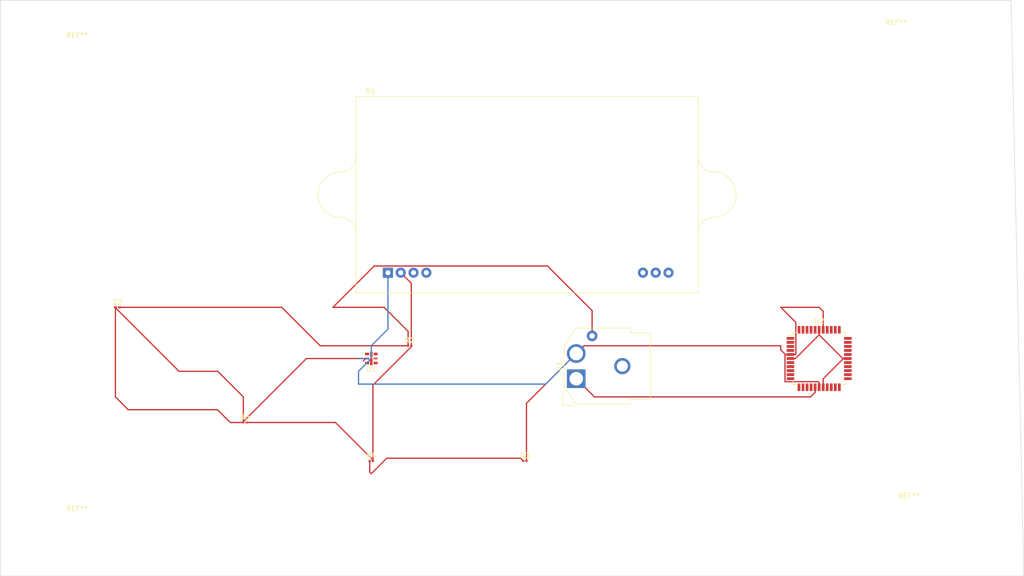
<source format=kicad_pcb>
(kicad_pcb (version 20211014) (generator pcbnew)
  (layers (0 "F.Cu" signal) (31 "B.Cu" signal) (34 "B.Paste" user) (35 "F.Paste" user) (36 "B.SilkS" user "B.Silkscreen") (37 "F.SilkS" user "F.Silkscreen") (38 "B.Mask" user) (39 "F.Mask" user) (44 "Edge.Cuts" user))
  (net 0 "")
  (net 1 "Net-(D1-Pad1)")
  (net 2 "VCC")
  (net 3 "Net-(D2-Pad2)")
  (net 4 "Net-(D3-Pad1)")
  (net 5 "Net-(R1-Pad2)")
  (net 6 "Net-(U1-Pad1)")
  (net 11 "Net-(U2-Pad18)")
  (footprint "Connector:CUI_PD-30" (layer "F.Cu") (at 142.28 118.31 90)
    (fp_text reference "U1" (at 2.5 -3.35 90) (layer "F.SilkS"))
    (fp_text value "LM358")
    (fp_line (start 9.1 10.75) (end 9.1 14.75) (layer "F.SilkS") (width 0.12))
    (fp_line (start 10.05 10.75) (end 9.1 10.75) (layer "F.SilkS") (width 0.12))
    (fp_line (start 10.05 0) (end 10.05 10.75) (layer "F.SilkS") (width 0.12))
    (fp_line (start 9.1 14.75) (end -4.1 14.75) (layer "F.SilkS") (width 0.12))
    (fp_line (start -5.05 0) (end -1.5 -2.45) (layer "F.SilkS") (width 0.12))
    (fp_line (start -5.05 10.75) (end -5.05 0) (layer "F.SilkS") (width 0.12))
    (fp_line (start -4.1 10.75) (end -5.05 10.75) (layer "F.SilkS") (width 0.12))
    (fp_line (start -5.29 -0.35) (end -5.29 -2.69) (layer "F.SilkS") (width 0.12))
    (fp_line (start -1.5 -2.45) (end 6.5 -2.45) (layer "F.SilkS") (width 0.12))
    (fp_line (start -5.29 -2.69) (end -2.95 -2.69) (layer "F.SilkS") (width 0.12))
    (fp_line (start -4.1 14.75) (end -4.1 10.75) (layer "F.SilkS") (width 0.12))
    (fp_line (start 6.5 -2.45) (end 10.05 0) (layer "F.SilkS") (width 0.12))
    (pad "" np_thru_hole circle (at 5 7.15 270) (size 1.7 1.7) (drill 1.7) (layers *.Cu *.Mask))
    (pad "" np_thru_hole circle (at 0 7.15 270) (size 1.7 1.7) (drill 1.7) (layers *.Cu *.Mask))
    (pad "1" thru_hole rect (at 0 0 270) (size 3.7 3.7) (drill 2.7) (layers *.Cu *.Mask) (net 6 "Net-(U1-Pad1)"))
    (pad "2" thru_hole circle (at 5 0 270) (size 3.7 3.7) (drill 2.7) (layers *.Cu *.Mask) (net 2 "VCC"))
    (pad "3" thru_hole circle (at 8.5 3.15 270) (size 2.1 2.1) (drill 1.1) (layers *.Cu *.Mask) (net 3 "Net-(D2-Pad2)"))
    (pad "4" thru_hole circle (at 2.5 9.15 270) (size 3.2 3.2) (drill 2.2) (layers *.Cu *.Mask))
  )
  (footprint "Resistor_SMD:R_0201_0603Metric" (layer "F.Cu") (at 109.22 111.76)
    (fp_text reference "R2" (at 0 -1.05) (layer "F.SilkS"))
    (fp_text value "210000")
    (pad "1" smd roundrect (at -0.32 0) (size 0.46 0.4) (layers "F.Cu" "F.Mask") (net 3 "Net-(D2-Pad2)"))
    (pad "2" smd roundrect (at 0.32 0) (size 0.46 0.4) (layers "F.Cu" "F.Mask") (net 5 "Net-(R1-Pad2)"))
  )
  (footprint "Audio_Module:Reverb_BTDR-1H" (layer "F.Cu") (at 104.9 97.26)
    (fp_text reference "R1" (at -3.5 -36) (layer "F.SilkS"))
    (fp_text value "150")
    (fp_line (start -6.38 4) (end 61.62 4) (layer "F.SilkS") (width 0.12))
    (fp_line (start -6.38 -15.5) (end -6.38 4) (layer "F.SilkS") (width 0.12))
    (fp_line (start -6.38 -35) (end 61.62 -35) (layer "F.SilkS") (width 0.12))
    (fp_line (start -6.38 -15.5) (end -6.38 -35) (layer "F.SilkS") (width 0.12))
    (fp_line (start 61.62 -35) (end 61.62 4) (layer "F.SilkS") (width 0.12))
    (fp_arc (start 61.62 -8) (mid 62.49868 -10.12132) (end 64.62 -11) (layer "F.SilkS") (width 0.12))
    (fp_arc (start 64.62 -20) (mid 69.12 -15.5) (end 64.62 -11) (layer "F.SilkS") (width 0.12))
    (fp_arc (start 64.62 -20) (mid 62.49868 -20.87868) (end 61.62 -23) (layer "F.SilkS") (width 0.12))
    (fp_arc (start -9.38 -11) (mid -7.25868 -10.12132) (end -6.38 -8) (layer "F.SilkS") (width 0.12))
    (fp_arc (start -9.38 -11) (mid -13.88 -15.5) (end -9.38 -20) (layer "F.SilkS") (width 0.12))
    (fp_arc (start -6.38 -23) (mid -7.25868 -20.87868) (end -9.38 -20) (layer "F.SilkS") (width 0.12))
    (fp_circle (center -9.38 -15.5) (end -7.63 -15.5) (layer "F.SilkS") (width 0.12) (fill none))
    (fp_circle (center 64.62 -15.5) (end 66.37 -15.5) (layer "F.SilkS") (width 0.12) (fill none))
    (pad "" np_thru_hole circle (at 64.62 -15.5) (size 3.7 3.7) (drill 3.7) (layers *.Cu *.Mask))
    (pad "" np_thru_hole circle (at -9.38 -15.5) (size 3.7 3.7) (drill 3.7) (layers *.Cu *.Mask))
    (pad "1" thru_hole rect (at 0 0) (size 2 2) (drill 1) (layers *.Cu *.Mask) (net 1 "Net-(D1-Pad1)"))
    (pad "2" thru_hole circle (at 2.54 0) (size 2 2) (drill 1) (layers *.Cu *.Mask) (net 5 "Net-(R1-Pad2)"))
    (pad "3" thru_hole circle (at 5.08 0) (size 2 2) (drill 1) (layers *.Cu *.Mask))
    (pad "4" thru_hole circle (at 7.62 0) (size 2 2) (drill 1) (layers *.Cu *.Mask))
    (pad "5" thru_hole circle (at 50.62 0) (size 2 2) (drill 1) (layers *.Cu *.Mask))
    (pad "6" thru_hole circle (at 53.16 0) (size 2 2) (drill 1) (layers *.Cu *.Mask))
    (pad "7" thru_hole circle (at 55.7 0) (size 2 2) (drill 1) (layers *.Cu *.Mask))
  )
  (footprint "MountingHole:MountingHole_2.2mm_M2" (layer "F.Cu") (at 208.28 144.78)
    (fp_text reference "REF**" (at 0 -3.2) (layer "F.SilkS"))
    (fp_text value "MountingHole_2.2mm_M2")
    (pad "" np_thru_hole circle (at 0 0) (size 2.2 2.2) (drill 2.2) (layers *.Cu *.Mask))
  )
  (footprint "MountingHole:MountingHole_2.2mm_M2" (layer "F.Cu") (at 43.18 147.32)
    (fp_text reference "REF**" (at 0 -3.2) (layer "F.SilkS"))
    (fp_text value "MountingHole_2.2mm_M2")
    (pad "" np_thru_hole circle (at 0 0) (size 2.2 2.2) (drill 2.2) (layers *.Cu *.Mask))
  )
  (footprint "Diode_SMD:D_0201_0603Metric_Pad0.64x0.40mm_HandSolder" (layer "F.Cu") (at 51.2325 104.14)
    (fp_text reference "D2" (at 0 -1.05) (layer "F.SilkS"))
    (fp_text value "D_Photo")
    (fp_circle (center -1.035 0) (end -0.985 0) (layer "F.SilkS") (width 0.1) (fill none))
    (pad "1" smd roundrect (at -0.4075 0) (size 0.635 0.4) (layers "F.Cu" "F.Mask") (net 2 "VCC"))
    (pad "2" smd roundrect (at 0.4075 0) (size 0.635 0.4) (layers "F.Cu" "F.Mask") (net 3 "Net-(D2-Pad2)"))
  )
  (footprint "MountingHole:MountingHole_2.2mm_M2" (layer "F.Cu") (at 43.18 53.34)
    (fp_text reference "REF**" (at 0 -3.2) (layer "F.SilkS"))
    (fp_text value "MountingHole_2.2mm_M2")
    (pad "" np_thru_hole circle (at 0 0) (size 2.2 2.2) (drill 2.2) (layers *.Cu *.Mask))
  )
  (footprint "Resistor_SMD:R_0201_0603Metric" (layer "F.Cu") (at 101.6 134.62)
    (fp_text reference "R4" (at 0 -1.05) (layer "F.SilkS"))
    (fp_text value "4150")
    (pad "1" smd roundrect (at -0.32 0) (size 0.46 0.4) (layers "F.Cu" "F.Mask") (net 4 "Net-(D3-Pad1)"))
    (pad "2" smd roundrect (at 0.32 0) (size 0.46 0.4) (layers "F.Cu" "F.Mask") (net 5 "Net-(R1-Pad2)"))
  )
  (footprint "LED_SMD:LED-APA102-2020" (layer "F.Cu") (at 101.6 114.3)
    (fp_text reference "D1" (at 0 2.11) (layer "F.SilkS"))
    (fp_text value "LED")
    (fp_text user "1" (at -1.7 -0.9) (layer "F.SilkS") (effects (font (size 0.6 0.6) (thickness 0.1))))
    (fp_line (start -1.2 1.4) (end -0.5 1.4) (layer "F.SilkS") (width 0.12))
    (pad "1" smd rect (at -0.85 -0.9) (size 0.8 0.5) (layers "F.Cu" "F.Paste" "F.Mask") (net 1 "Net-(D1-Pad1)"))
    (pad "1" smd rect (at 0 -0.83 90) (size 1 0.5) (layers "F.Cu" "F.Paste" "F.Mask") (net 1 "Net-(D1-Pad1)"))
    (pad "2" smd rect (at -0.85 0) (size 0.8 0.3) (layers "F.Cu" "F.Paste" "F.Mask") (net 2 "VCC"))
    (pad "3" smd rect (at -0.85 0.9) (size 0.8 0.5) (layers "F.Cu" "F.Paste" "F.Mask"))
    (pad "4" smd rect (at 0.85 0.9) (size 0.8 0.5) (layers "F.Cu" "F.Paste" "F.Mask"))
    (pad "5" smd rect (at 0.85 0) (size 0.8 0.3) (layers "F.Cu" "F.Paste" "F.Mask"))
    (pad "6" smd rect (at 0.85 -0.9) (size 0.8 0.5) (layers "F.Cu" "F.Paste" "F.Mask"))
    (pad "6" smd rect (at 0 0.59 90) (size 1.48 0.5) (layers "F.Cu" "F.Paste" "F.Mask"))
  )
  (footprint "Diode_SMD:D_0201_0603Metric" (layer "F.Cu") (at 132.08 134.62)
    (fp_text reference "D3" (at 0 -1.05) (layer "F.SilkS"))
    (fp_text value "D_Photo")
    (fp_circle (center -0.86 0) (end -0.81 0) (layer "F.SilkS") (width 0.1) (fill none))
    (pad "1" smd roundrect (at -0.32 0) (size 0.46 0.4) (layers "F.Cu" "F.Mask") (net 4 "Net-(D3-Pad1)"))
    (pad "2" smd roundrect (at 0.32 0) (size 0.46 0.4) (layers "F.Cu" "F.Mask") (net 2 "VCC"))
  )
  (footprint "Package_QFP:TQFP-44_10x10mm_P0.8mm" (layer "F.Cu") (at 190.5 114.3)
    (fp_text reference "U2" (at 0 -7.45) (layer "F.SilkS"))
    (fp_text value "ATmega32-16A")
    (fp_line (start 5.175 5.175) (end 5.175 4.5) (layer "F.SilkS") (width 0.15))
    (fp_line (start -5.175 -5.175) (end -4.5 -5.175) (layer "F.SilkS") (width 0.15))
    (fp_line (start 5.175 5.175) (end 4.5 5.175) (layer "F.SilkS") (width 0.15))
    (fp_line (start -5.175 -5.175) (end -5.175 -4.6) (layer "F.SilkS") (width 0.15))
    (fp_line (start 5.175 -5.175) (end 4.5 -5.175) (layer "F.SilkS") (width 0.15))
    (fp_line (start 5.175 -5.175) (end 5.175 -4.5) (layer "F.SilkS") (width 0.15))
    (fp_line (start -5.175 5.175) (end -4.5 5.175) (layer "F.SilkS") (width 0.15))
    (fp_line (start -5.175 -4.6) (end -6.45 -4.6) (layer "F.SilkS") (width 0.15))
    (fp_line (start -5.175 5.175) (end -5.175 4.5) (layer "F.SilkS") (width 0.15))
    (pad "1" smd rect (at -5.7 -4) (size 1.5 0.55) (layers "F.Cu" "F.Paste" "F.Mask"))
    (pad "2" smd rect (at -5.7 -3.2) (size 1.5 0.55) (layers "F.Cu" "F.Paste" "F.Mask"))
    (pad "3" smd rect (at -5.7 -2.4) (size 1.5 0.55) (layers "F.Cu" "F.Paste" "F.Mask"))
    (pad "4" smd rect (at -5.7 -1.6) (size 1.5 0.55) (layers "F.Cu" "F.Paste" "F.Mask"))
    (pad "5" smd rect (at -5.7 -0.8) (size 1.5 0.55) (layers "F.Cu" "F.Paste" "F.Mask") (net 2 "VCC"))
    (pad "6" smd rect (at -5.7 0) (size 1.5 0.55) (layers "F.Cu" "F.Paste" "F.Mask") (net 11 "Net-(U2-Pad18)"))
    (pad "7" smd rect (at -5.7 0.8) (size 1.5 0.55) (layers "F.Cu" "F.Paste" "F.Mask"))
    (pad "8" smd rect (at -5.7 1.6) (size 1.5 0.55) (layers "F.Cu" "F.Paste" "F.Mask"))
    (pad "9" smd rect (at -5.7 2.4) (size 1.5 0.55) (layers "F.Cu" "F.Paste" "F.Mask"))
    (pad "10" smd rect (at -5.7 3.2) (size 1.5 0.55) (layers "F.Cu" "F.Paste" "F.Mask"))
    (pad "11" smd rect (at -5.7 4) (size 1.5 0.55) (layers "F.Cu" "F.Paste" "F.Mask"))
    (pad "12" smd rect (at -4 5.7 90) (size 1.5 0.55) (layers "F.Cu" "F.Paste" "F.Mask"))
    (pad "13" smd rect (at -3.2 5.7 90) (size 1.5 0.55) (layers "F.Cu" "F.Paste" "F.Mask"))
    (pad "14" smd rect (at -2.4 5.7 90) (size 1.5 0.55) (layers "F.Cu" "F.Paste" "F.Mask"))
    (pad "15" smd rect (at -1.6 5.7 90) (size 1.5 0.55) (layers "F.Cu" "F.Paste" "F.Mask"))
    (pad "16" smd rect (at -0.8 5.7 90) (size 1.5 0.55) (layers "F.Cu" "F.Paste" "F.Mask") (net 6 "Net-(U1-Pad1)"))
    (pad "17" smd rect (at 0 5.7 90) (size 1.5 0.55) (layers "F.Cu" "F.Paste" "F.Mask") (net 2 "VCC"))
    (pad "18" smd rect (at 0.8 5.7 90) (size 1.5 0.55) (layers "F.Cu" "F.Paste" "F.Mask") (net 11 "Net-(U2-Pad18)"))
    (pad "19" smd rect (at 1.6 5.7 90) (size 1.5 0.55) (layers "F.Cu" "F.Paste" "F.Mask"))
    (pad "20" smd rect (at 2.4 5.7 90) (size 1.5 0.55) (layers "F.Cu" "F.Paste" "F.Mask"))
    (pad "21" smd rect (at 3.2 5.7 90) (size 1.5 0.55) (layers "F.Cu" "F.Paste" "F.Mask"))
    (pad "22" smd rect (at 4 5.7 90) (size 1.5 0.55) (layers "F.Cu" "F.Paste" "F.Mask"))
    (pad "23" smd rect (at 5.7 4) (size 1.5 0.55) (layers "F.Cu" "F.Paste" "F.Mask"))
    (pad "24" smd rect (at 5.7 3.2) (size 1.5 0.55) (layers "F.Cu" "F.Paste" "F.Mask"))
    (pad "25" smd rect (at 5.7 2.4) (size 1.5 0.55) (layers "F.Cu" "F.Paste" "F.Mask"))
    (pad "26" smd rect (at 5.7 1.6) (size 1.5 0.55) (layers "F.Cu" "F.Paste" "F.Mask"))
    (pad "27" smd rect (at 5.7 0.8) (size 1.5 0.55) (layers "F.Cu" "F.Paste" "F.Mask"))
    (pad "28" smd rect (at 5.7 0) (size 1.5 0.55) (layers "F.Cu" "F.Paste" "F.Mask") (net 11 "Net-(U2-Pad18)"))
    (pad "29" smd rect (at 5.7 -0.8) (size 1.5 0.55) (layers "F.Cu" "F.Paste" "F.Mask"))
    (pad "30" smd rect (at 5.7 -1.6) (size 1.5 0.55) (layers "F.Cu" "F.Paste" "F.Mask"))
    (pad "31" smd rect (at 5.7 -2.4) (size 1.5 0.55) (layers "F.Cu" "F.Paste" "F.Mask"))
    (pad "32" smd rect (at 5.7 -3.2) (size 1.5 0.55) (layers "F.Cu" "F.Paste" "F.Mask"))
    (pad "33" smd rect (at 5.7 -4) (size 1.5 0.55) (layers "F.Cu" "F.Paste" "F.Mask"))
    (pad "34" smd rect (at 4 -5.7 90) (size 1.5 0.55) (layers "F.Cu" "F.Paste" "F.Mask"))
    (pad "35" smd rect (at 3.2 -5.7 90) (size 1.5 0.55) (layers "F.Cu" "F.Paste" "F.Mask"))
    (pad "36" smd rect (at 2.4 -5.7 90) (size 1.5 0.55) (layers "F.Cu" "F.Paste" "F.Mask"))
    (pad "37" smd rect (at 1.6 -5.7 90) (size 1.5 0.55) (layers "F.Cu" "F.Paste" "F.Mask"))
    (pad "38" smd rect (at 0.8 -5.7 90) (size 1.5 0.55) (layers "F.Cu" "F.Paste" "F.Mask") (net 2 "VCC"))
    (pad "39" smd rect (at 0 -5.7 90) (size 1.5 0.55) (layers "F.Cu" "F.Paste" "F.Mask") (net 11 "Net-(U2-Pad18)"))
    (pad "40" smd rect (at -0.8 -5.7 90) (size 1.5 0.55) (layers "F.Cu" "F.Paste" "F.Mask"))
    (pad "41" smd rect (at -1.6 -5.7 90) (size 1.5 0.55) (layers "F.Cu" "F.Paste" "F.Mask"))
    (pad "42" smd rect (at -2.4 -5.7 90) (size 1.5 0.55) (layers "F.Cu" "F.Paste" "F.Mask"))
    (pad "43" smd rect (at -3.2 -5.7 90) (size 1.5 0.55) (layers "F.Cu" "F.Paste" "F.Mask"))
    (pad "44" smd rect (at -4 -5.7 90) (size 1.5 0.55) (layers "F.Cu" "F.Paste" "F.Mask"))
  )
  (footprint "Resistor_SMD:R_0201_0603Metric" (layer "F.Cu") (at 76.52 127)
    (fp_text reference "R3" (at 0 -1.05) (layer "F.SilkS"))
    (fp_text value "310000")
    (pad "1" smd roundrect (at -0.32 0) (size 0.46 0.4) (layers "F.Cu" "F.Mask") (net 2 "VCC"))
    (pad "2" smd roundrect (at 0.32 0) (size 0.46 0.4) (layers "F.Cu" "F.Mask") (net 5 "Net-(R1-Pad2)"))
  )
  (footprint "MountingHole:MountingHole_2.2mm_M2" (layer "F.Cu") (at 205.74 50.8)
    (fp_text reference "REF**" (at 0 -3.2) (layer "F.SilkS"))
    (fp_text value "MountingHole_2.2mm_M2")
    (pad "" np_thru_hole circle (at 0 0) (size 2.2 2.2) (drill 2.2) (layers *.Cu *.Mask))
  )
  (gr_line (start 27.94 157.48) (end 231.14 157.48) (layer "Edge.Cuts") (width 0.1))
  (gr_line (start 228.6 43.18) (end 27.94 43.18) (layer "Edge.Cuts") (width 0.1))
  (gr_line (start 231.14 157.48) (end 228.6 43.18) (layer "Edge.Cuts") (width 0.1))
  (gr_line (start 27.94 43.18) (end 27.94 157.48) (layer "Edge.Cuts") (width 0.1))
  (segment (start 104.9 97.26) (end 104.9 108.46) (width 0.25) (layer "B.Cu") (net 1))
  (segment (start 104.14 109.22) (end 101.6 111.76) (width 0.25) (layer "B.Cu") (net 1))
  (segment (start 101.6 111.76) (end 101.6 114.3) (width 0.25) (layer "B.Cu") (net 1))
  (segment (start 104.9 108.46) (end 104.14 109.22) (width 0.25) (layer "B.Cu") (net 1))
  (segment (start 185.8 113.5) (end 185.874511 113.425489) (width 0.25) (layer "F.Cu") (net 2))
  (segment (start 50.8 104.14) (end 50.8 104.217861) (width 0.25) (layer "F.Cu") (net 2))
  (segment (start 184.8 113.5) (end 185.8 113.5) (width 0.25) (layer "F.Cu") (net 2))
  (segment (start 76.2 126.809639) (end 88.709639 114.3) (width 0.25) (layer "F.Cu") (net 2))
  (segment (start 185.874511 113.425489) (end 185.874511 107.134511) (width 0.25) (layer "F.Cu") (net 2))
  (segment (start 88.709639 114.3) (end 100.75 114.3) (width 0.25) (layer "F.Cu") (net 2))
  (segment (start 184.8 113.5) (end 183.925978 113.5) (width 0.25) (layer "F.Cu") (net 2))
  (segment (start 71.042139 124.46) (end 53.34 124.46) (width 0.25) (layer "F.Cu") (net 2))
  (segment (start 190.5 119.125978) (end 190.5 120) (width 0.25) (layer "F.Cu") (net 2))
  (segment (start 63.422139 116.84) (end 71.12 116.84) (width 0.25) (layer "F.Cu") (net 2))
  (segment (start 185.874511 107.134511) (end 182.88 104.14) (width 0.25) (layer "F.Cu") (net 2))
  (segment (start 76.2 127) (end 76.2 126.809639) (width 0.25) (layer "F.Cu") (net 2))
  (segment (start 76.2 127) (end 73.582139 127) (width 0.25) (layer "F.Cu") (net 2))
  (segment (start 132.4 134.62) (end 132.4 123.19) (width 0.25) (layer "F.Cu") (net 2))
  (segment (start 132.4 123.19) (end 142.28 113.31) (width 0.25) (layer "F.Cu") (net 2))
  (segment (start 142.28 113.31) (end 143.83 111.76) (width 0.25) (layer "F.Cu") (net 2))
  (segment (start 50.8 104.217861) (end 63.422139 116.84) (width 0.25) (layer "F.Cu") (net 2))
  (segment (start 76.2 121.92) (end 76.2 127) (width 0.25) (layer "F.Cu") (net 2))
  (segment (start 183.725489 118.899511) (end 190.273533 118.899511) (width 0.25) (layer "F.Cu") (net 2))
  (segment (start 190.273533 118.899511) (end 190.5 119.125978) (width 0.25) (layer "F.Cu") (net 2))
  (segment (start 71.12 116.84) (end 76.2 121.92) (width 0.25) (layer "F.Cu") (net 2))
  (segment (start 50.8 121.92) (end 50.8 104.14) (width 0.25) (layer "F.Cu") (net 2))
  (segment (start 143.83 111.76) (end 182.88 111.76) (width 0.25) (layer "F.Cu") (net 2))
  (segment (start 183.925978 113.5) (end 183.725489 113.700489) (width 0.25) (layer "F.Cu") (net 2))
  (segment (start 190.5 104.14) (end 191.3 104.94) (width 0.25) (layer "F.Cu") (net 2))
  (segment (start 191.3 104.94) (end 191.3 108.6) (width 0.25) (layer "F.Cu") (net 2))
  (segment (start 183.725489 113.700489) (end 183.725489 118.899511) (width 0.25) (layer "F.Cu") (net 2))
  (segment (start 182.88 111.76) (end 182.88 112.58) (width 0.25) (layer "F.Cu") (net 2))
  (segment (start 100.75 114.3) (end 100.5 114.3) (width 0.25) (layer "F.Cu") (net 2))
  (segment (start 100.5 114.3) (end 100.025489 114.774511) (width 0.25) (layer "F.Cu") (net 2))
  (segment (start 183.8 113.5) (end 184.8 113.5) (width 0.25) (layer "F.Cu") (net 2))
  (segment (start 53.34 124.46) (end 50.8 121.92) (width 0.25) (layer "F.Cu") (net 2))
  (segment (start 73.582139 127) (end 71.042139 124.46) (width 0.25) (layer "F.Cu") (net 2))
  (segment (start 182.88 112.58) (end 183.8 113.5) (width 0.25) (layer "F.Cu") (net 2))
  (segment (start 182.88 104.14) (end 190.5 104.14) (width 0.25) (layer "F.Cu") (net 2))
  (segment (start 99.06 116.84) (end 101.282142 114.617858) (width 0.25) (layer "B.Cu") (net 2))
  (segment (start 136.21 119.38) (end 99.06 119.38) (width 0.25) (layer "B.Cu") (net 2))
  (segment (start 100.964284 114.3) (end 99.06 114.3) (width 0.25) (layer "B.Cu") (net 2))
  (segment (start 99.06 119.38) (end 99.06 116.84) (width 0.25) (layer "B.Cu") (net 2))
  (segment (start 142.28 113.31) (end 136.21 119.38) (width 0.25) (layer "B.Cu") (net 2))
  (segment (start 101.282142 114.617858) (end 100.964284 114.3) (width 0.25) (layer "B.Cu") (net 2))
  (segment (start 102.184511 95.935489) (end 136.575489 95.935489) (width 0.25) (layer "F.Cu") (net 3))
  (segment (start 136.575489 95.935489) (end 145.43 104.79) (width 0.25) (layer "F.Cu") (net 3))
  (segment (start 91.44 111.76) (end 108.9 111.76) (width 0.25) (layer "F.Cu") (net 3))
  (segment (start 108.9 108.9) (end 104.14 104.14) (width 0.25) (layer "F.Cu") (net 3))
  (segment (start 93.98 104.14) (end 102.184511 95.935489) (width 0.25) (layer "F.Cu") (net 3))
  (segment (start 145.43 104.79) (end 145.43 109.81) (width 0.25) (layer "F.Cu") (net 3))
  (segment (start 83.82 104.14) (end 91.44 111.76) (width 0.25) (layer "F.Cu") (net 3))
  (segment (start 108.9 111.76) (end 108.9 108.9) (width 0.25) (layer "F.Cu") (net 3))
  (segment (start 51.64 104.14) (end 83.82 104.14) (width 0.25) (layer "F.Cu") (net 3))
  (segment (start 104.14 104.14) (end 93.98 104.14) (width 0.25) (layer "F.Cu") (net 3))
  (segment (start 104.66452 134.09548) (end 101.6 137.16) (width 0.25) (layer "F.Cu") (net 4))
  (segment (start 131.76 134.62) (end 131.23548 134.09548) (width 0.25) (layer "F.Cu") (net 4))
  (segment (start 101.28 136.84) (end 101.28 134.62) (width 0.25) (layer "F.Cu") (net 4))
  (segment (start 131.23548 134.09548) (end 104.66452 134.09548) (width 0.25) (layer "F.Cu") (net 4))
  (segment (start 101.6 137.16) (end 101.28 136.84) (width 0.25) (layer "F.Cu") (net 4))
  (segment (start 101.92 134.62) (end 101.92 119.570361) (width 0.25) (layer "F.Cu") (net 5))
  (segment (start 109.54 111.76) (end 109.54 99.36) (width 0.25) (layer "F.Cu") (net 5))
  (segment (start 101.92 134.429639) (end 101.92 134.62) (width 0.25) (layer "F.Cu") (net 5))
  (segment (start 109.54 99.36) (end 107.44 97.26) (width 0.25) (layer "F.Cu") (net 5))
  (segment (start 109.54 111.950361) (end 109.54 111.76) (width 0.25) (layer "F.Cu") (net 5))
  (segment (start 94.490361 127) (end 101.92 134.429639) (width 0.25) (layer "F.Cu") (net 5))
  (segment (start 101.92 119.570361) (end 109.54 111.950361) (width 0.25) (layer "F.Cu") (net 5))
  (segment (start 76.84 127) (end 94.490361 127) (width 0.25) (layer "F.Cu") (net 5))
  (segment (start 189.7 120) (end 189.7 121) (width 0.25) (layer "F.Cu") (net 6))
  (segment (start 188.78 121.92) (end 145.89 121.92) (width 0.25) (layer "F.Cu") (net 6))
  (segment (start 145.89 121.92) (end 142.28 118.31) (width 0.25) (layer "F.Cu") (net 6))
  (segment (start 189.7 121) (end 188.78 121.92) (width 0.25) (layer "F.Cu") (net 6))
  (segment (start 191.3 120) (end 191.3 118.325978) (width 0.25) (layer "F.Cu") (net 11))
  (segment (start 185.8 114.3) (end 190.5 109.6) (width 0.25) (layer "F.Cu") (net 11))
  (segment (start 184.8 114.3) (end 185.8 114.3) (width 0.25) (layer "F.Cu") (net 11))
  (segment (start 195.325978 114.3) (end 196.2 114.3) (width 0.25) (layer "F.Cu") (net 11))
  (segment (start 196.2 114.3) (end 195.2 114.3) (width 0.25) (layer "F.Cu") (net 11))
  (segment (start 191.3 118.325978) (end 195.325978 114.3) (width 0.25) (layer "F.Cu") (net 11))
  (segment (start 190.5 109.6) (end 190.5 108.6) (width 0.25) (layer "F.Cu") (net 11))
  (segment (start 195.2 114.3) (end 190.5 109.6) (width 0.25) (layer "F.Cu") (net 11))
)
</source>
